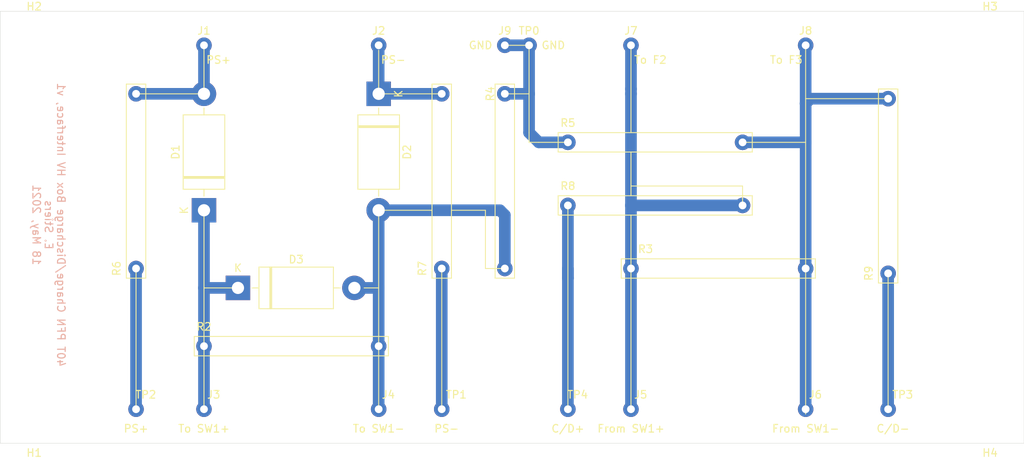
<source format=kicad_pcb>
(kicad_pcb (version 20171130) (host pcbnew "(5.1.6)-1")

  (general
    (thickness 1.6)
    (drawings 58)
    (tracks 40)
    (zones 0)
    (modules 29)
    (nets 12)
  )

  (page A4)
  (title_block
    (title "40T PFN Charge/Discharge Box HV Interface")
    (date 2021-05-18)
    (rev 1)
    (company NHMFL)
    (comment 1 "E. Stiers")
  )

  (layers
    (0 F.Cu signal)
    (31 B.Cu signal)
    (32 B.Adhes user)
    (33 F.Adhes user)
    (34 B.Paste user)
    (35 F.Paste user)
    (36 B.SilkS user)
    (37 F.SilkS user)
    (38 B.Mask user)
    (39 F.Mask user)
    (40 Dwgs.User user)
    (41 Cmts.User user)
    (42 Eco1.User user)
    (43 Eco2.User user)
    (44 Edge.Cuts user)
    (45 Margin user)
    (46 B.CrtYd user)
    (47 F.CrtYd user)
    (48 B.Fab user)
    (49 F.Fab user hide)
  )

  (setup
    (last_trace_width 0.25)
    (user_trace_width 0.0254)
    (user_trace_width 1.524)
    (trace_clearance 0.2)
    (zone_clearance 0.508)
    (zone_45_only no)
    (trace_min 0.2)
    (via_size 0.8)
    (via_drill 0.4)
    (via_min_size 0.4)
    (via_min_drill 0.3)
    (uvia_size 0.3)
    (uvia_drill 0.1)
    (uvias_allowed no)
    (uvia_min_size 0.2)
    (uvia_min_drill 0.1)
    (edge_width 0.05)
    (segment_width 0.2)
    (pcb_text_width 0.3)
    (pcb_text_size 1.5 1.5)
    (mod_edge_width 0.12)
    (mod_text_size 1 1)
    (mod_text_width 0.15)
    (pad_size 1.524 1.524)
    (pad_drill 0.762)
    (pad_to_mask_clearance 0.05)
    (aux_axis_origin 0 0)
    (visible_elements 7FFFFFFF)
    (pcbplotparams
      (layerselection 0x010fc_ffffffff)
      (usegerberextensions false)
      (usegerberattributes true)
      (usegerberadvancedattributes true)
      (creategerberjobfile true)
      (excludeedgelayer true)
      (linewidth 0.100000)
      (plotframeref false)
      (viasonmask false)
      (mode 1)
      (useauxorigin false)
      (hpglpennumber 1)
      (hpglpenspeed 20)
      (hpglpendiameter 15.000000)
      (psnegative false)
      (psa4output false)
      (plotreference true)
      (plotvalue true)
      (plotinvisibletext false)
      (padsonsilk false)
      (subtractmaskfromsilk false)
      (outputformat 1)
      (mirror false)
      (drillshape 1)
      (scaleselection 1)
      (outputdirectory ""))
  )

  (net 0 "")
  (net 1 "Net-(D1-Pad2)")
  (net 2 "Net-(D1-Pad1)")
  (net 3 "Net-(D2-Pad2)")
  (net 4 "Net-(D2-Pad1)")
  (net 5 "Net-(J5-Pad1)")
  (net 6 "Net-(J6-Pad1)")
  (net 7 "Net-(R6-Pad1)")
  (net 8 "Net-(R7-Pad1)")
  (net 9 "Net-(R8-Pad1)")
  (net 10 "Net-(R9-Pad1)")
  (net 11 "Net-(J9-Pad1)")

  (net_class Default "This is the default net class."
    (clearance 0.2)
    (trace_width 0.25)
    (via_dia 0.8)
    (via_drill 0.4)
    (uvia_dia 0.3)
    (uvia_drill 0.1)
    (add_net "Net-(D1-Pad1)")
    (add_net "Net-(D1-Pad2)")
    (add_net "Net-(D2-Pad1)")
    (add_net "Net-(D2-Pad2)")
    (add_net "Net-(J5-Pad1)")
    (add_net "Net-(J6-Pad1)")
    (add_net "Net-(J9-Pad1)")
    (add_net "Net-(R6-Pad1)")
    (add_net "Net-(R7-Pad1)")
    (add_net "Net-(R8-Pad1)")
    (add_net "Net-(R9-Pad1)")
  )

  (module es_uncommon:TestPoint_40mil_thru (layer F.Cu) (tedit 609EA192) (tstamp 60A2D6D7)
    (at 135.255 65.405 90)
    (path /60A2D31A)
    (fp_text reference J9 (at 1.905 2.54 180) (layer F.SilkS)
      (effects (font (size 1 1) (thickness 0.15)))
    )
    (fp_text value GND (at 0 -0.5 90) (layer F.Fab)
      (effects (font (size 1 1) (thickness 0.15)))
    )
    (pad 1 thru_hole circle (at 0 2.54 90) (size 2.032 2.032) (drill 1.016) (layers *.Cu *.Mask)
      (net 11 "Net-(J9-Pad1)"))
  )

  (module MountingHole:MountingHole_3.2mm_M3 (layer F.Cu) (tedit 56D1B4CB) (tstamp 609F164F)
    (at 201.295 113.03)
    (descr "Mounting Hole 3.2mm, no annular, M3")
    (tags "mounting hole 3.2mm no annular m3")
    (path /60A2D344)
    (attr virtual)
    (fp_text reference H4 (at 0 5.715) (layer F.SilkS)
      (effects (font (size 1 1) (thickness 0.15)))
    )
    (fp_text value MountingHole (at 0 4.2) (layer F.Fab)
      (effects (font (size 1 1) (thickness 0.15)))
    )
    (fp_circle (center 0 0) (end 3.2 0) (layer Cmts.User) (width 0.15))
    (fp_circle (center 0 0) (end 3.45 0) (layer F.CrtYd) (width 0.05))
    (fp_text user %R (at 0.3 0) (layer F.Fab)
      (effects (font (size 1 1) (thickness 0.15)))
    )
    (pad 1 np_thru_hole circle (at 0 0) (size 3.2 3.2) (drill 3.2) (layers *.Cu *.Mask))
  )

  (module MountingHole:MountingHole_3.2mm_M3 (layer F.Cu) (tedit 56D1B4CB) (tstamp 609F1647)
    (at 201.295 65.405)
    (descr "Mounting Hole 3.2mm, no annular, M3")
    (tags "mounting hole 3.2mm no annular m3")
    (path /60A2DD3D)
    (attr virtual)
    (fp_text reference H3 (at 0 -5.08) (layer F.SilkS)
      (effects (font (size 1 1) (thickness 0.15)))
    )
    (fp_text value MountingHole (at 0 4.2) (layer F.Fab)
      (effects (font (size 1 1) (thickness 0.15)))
    )
    (fp_circle (center 0 0) (end 3.2 0) (layer Cmts.User) (width 0.15))
    (fp_circle (center 0 0) (end 3.45 0) (layer F.CrtYd) (width 0.05))
    (fp_text user %R (at 0.3 0) (layer F.Fab)
      (effects (font (size 1 1) (thickness 0.15)))
    )
    (pad 1 np_thru_hole circle (at 0 0) (size 3.2 3.2) (drill 3.2) (layers *.Cu *.Mask))
  )

  (module MountingHole:MountingHole_3.2mm_M3 (layer F.Cu) (tedit 56D1B4CB) (tstamp 609F163F)
    (at 76.2 65.405)
    (descr "Mounting Hole 3.2mm, no annular, M3")
    (tags "mounting hole 3.2mm no annular m3")
    (path /60A2DE98)
    (attr virtual)
    (fp_text reference H2 (at 0 -5.08) (layer F.SilkS)
      (effects (font (size 1 1) (thickness 0.15)))
    )
    (fp_text value MountingHole (at 0 4.2) (layer F.Fab)
      (effects (font (size 1 1) (thickness 0.15)))
    )
    (fp_circle (center 0 0) (end 3.2 0) (layer Cmts.User) (width 0.15))
    (fp_circle (center 0 0) (end 3.45 0) (layer F.CrtYd) (width 0.05))
    (fp_text user %R (at 0.3 0) (layer F.Fab)
      (effects (font (size 1 1) (thickness 0.15)))
    )
    (pad 1 np_thru_hole circle (at 0 0) (size 3.2 3.2) (drill 3.2) (layers *.Cu *.Mask))
  )

  (module MountingHole:MountingHole_3.2mm_M3 (layer F.Cu) (tedit 56D1B4CB) (tstamp 609F1637)
    (at 76.2 113.03)
    (descr "Mounting Hole 3.2mm, no annular, M3")
    (tags "mounting hole 3.2mm no annular m3")
    (path /60A2DFC3)
    (attr virtual)
    (fp_text reference H1 (at 0 5.715) (layer F.SilkS)
      (effects (font (size 1 1) (thickness 0.15)))
    )
    (fp_text value MountingHole (at 0 4.2) (layer F.Fab)
      (effects (font (size 1 1) (thickness 0.15)))
    )
    (fp_circle (center 0 0) (end 3.2 0) (layer Cmts.User) (width 0.15))
    (fp_circle (center 0 0) (end 3.45 0) (layer F.CrtYd) (width 0.05))
    (fp_text user %R (at 0.3 0) (layer F.Fab)
      (effects (font (size 1 1) (thickness 0.15)))
    )
    (pad 1 np_thru_hole circle (at 0 0) (size 3.2 3.2) (drill 3.2) (layers *.Cu *.Mask))
  )

  (module es_uncommon:SLIM-MOX10403 (layer F.Cu) (tedit 609E9FC8) (tstamp 609F1305)
    (at 157.48 78.105)
    (path /60A074B4)
    (fp_text reference R5 (at -11.43 -2.54) (layer F.SilkS)
      (effects (font (size 1 1) (thickness 0.15)))
    )
    (fp_text value 1M (at 0 2.54) (layer F.Fab)
      (effects (font (size 1 1) (thickness 0.15)))
    )
    (fp_line (start -12.7 -1.27) (end -12.7 1.27) (layer F.SilkS) (width 0.12))
    (fp_line (start -12.7 1.27) (end 12.7 1.27) (layer F.SilkS) (width 0.12))
    (fp_line (start 12.7 1.27) (end 12.7 -1.27) (layer F.SilkS) (width 0.12))
    (fp_line (start 12.7 -1.27) (end -12.7 -1.27) (layer F.SilkS) (width 0.12))
    (pad 2 thru_hole circle (at 11.43 0) (size 2.032 2.032) (drill 1.016) (layers *.Cu *.Mask)
      (net 6 "Net-(J6-Pad1)"))
    (pad 1 thru_hole circle (at -11.43 0) (size 2.032 2.032) (drill 1.016) (layers *.Cu *.Mask)
      (net 11 "Net-(J9-Pad1)"))
  )

  (module es_uncommon:SLIM-MOX10403 (layer F.Cu) (tedit 609E9FC8) (tstamp 609F1993)
    (at 137.795 83.185 270)
    (path /609F0A4E)
    (fp_text reference R4 (at -11.43 1.905 90) (layer F.SilkS)
      (effects (font (size 1 1) (thickness 0.15)))
    )
    (fp_text value 1M (at 0 2.54 90) (layer F.Fab)
      (effects (font (size 1 1) (thickness 0.15)))
    )
    (fp_line (start -12.7 -1.27) (end -12.7 1.27) (layer F.SilkS) (width 0.12))
    (fp_line (start -12.7 1.27) (end 12.7 1.27) (layer F.SilkS) (width 0.12))
    (fp_line (start 12.7 1.27) (end 12.7 -1.27) (layer F.SilkS) (width 0.12))
    (fp_line (start 12.7 -1.27) (end -12.7 -1.27) (layer F.SilkS) (width 0.12))
    (pad 2 thru_hole circle (at 11.43 0 270) (size 2.032 2.032) (drill 1.016) (layers *.Cu *.Mask)
      (net 3 "Net-(D2-Pad2)"))
    (pad 1 thru_hole circle (at -11.43 0 270) (size 2.032 2.032) (drill 1.016) (layers *.Cu *.Mask)
      (net 11 "Net-(J9-Pad1)"))
  )

  (module es_uncommon:TestPoint_40mil_thru (layer F.Cu) (tedit 609EA192) (tstamp 609EFE2F)
    (at 151.765 113.03 90)
    (path /609FAFDC)
    (fp_text reference J5 (at 1.905 3.81 180) (layer F.SilkS)
      (effects (font (size 1 1) (thickness 0.15)))
    )
    (fp_text value "From SW1+" (at 0 -0.5 90) (layer F.Fab)
      (effects (font (size 1 1) (thickness 0.15)))
    )
    (pad 1 thru_hole circle (at 0 2.54 90) (size 2.032 2.032) (drill 1.016) (layers *.Cu *.Mask)
      (net 5 "Net-(J5-Pad1)"))
  )

  (module es_uncommon:TestPoint_40mil_thru (layer F.Cu) (tedit 609EA192) (tstamp 609EFEA7)
    (at 143.51 113.03 90)
    (path /609EF7B2)
    (fp_text reference TP4 (at 1.905 3.81 180) (layer F.SilkS)
      (effects (font (size 1 1) (thickness 0.15)))
    )
    (fp_text value C/D+ (at 0 -0.5 90) (layer F.Fab)
      (effects (font (size 1 1) (thickness 0.15)))
    )
    (pad 1 thru_hole circle (at 0 2.54 90) (size 2.032 2.032) (drill 1.016) (layers *.Cu *.Mask)
      (net 9 "Net-(R8-Pad1)"))
  )

  (module es_uncommon:TestPoint_40mil_thru (layer F.Cu) (tedit 609EA192) (tstamp 609EFEA2)
    (at 185.42 113.03 90)
    (path /609EF214)
    (fp_text reference TP3 (at 1.905 4.445 180) (layer F.SilkS)
      (effects (font (size 1 1) (thickness 0.15)))
    )
    (fp_text value C/D- (at 0 -0.5 90) (layer F.Fab)
      (effects (font (size 1 1) (thickness 0.15)))
    )
    (pad 1 thru_hole circle (at 0 2.54 90) (size 2.032 2.032) (drill 1.016) (layers *.Cu *.Mask)
      (net 10 "Net-(R9-Pad1)"))
  )

  (module es_uncommon:TestPoint_40mil_thru (layer F.Cu) (tedit 609EA192) (tstamp 609F0A5B)
    (at 92.075 113.03 270)
    (path /609EE2F9)
    (fp_text reference TP2 (at -1.905 1.27 180) (layer F.SilkS)
      (effects (font (size 1 1) (thickness 0.15)))
    )
    (fp_text value PS+ (at 0 -0.5 90) (layer F.Fab)
      (effects (font (size 1 1) (thickness 0.15)))
    )
    (pad 1 thru_hole circle (at 0 2.54 270) (size 2.032 2.032) (drill 1.016) (layers *.Cu *.Mask)
      (net 7 "Net-(R6-Pad1)"))
  )

  (module es_uncommon:TestPoint_40mil_thru (layer F.Cu) (tedit 609EA192) (tstamp 60A3C184)
    (at 132.08 113.03 270)
    (path /609EEED6)
    (fp_text reference TP1 (at -1.905 0.635 180) (layer F.SilkS)
      (effects (font (size 1 1) (thickness 0.15)))
    )
    (fp_text value PS- (at 0 -0.5 90) (layer F.Fab)
      (effects (font (size 1 1) (thickness 0.15)))
    )
    (pad 1 thru_hole circle (at 0 2.54 270) (size 2.032 2.032) (drill 1.016) (layers *.Cu *.Mask)
      (net 8 "Net-(R7-Pad1)"))
  )

  (module es_uncommon:TestPoint_40mil_thru (layer F.Cu) (tedit 609EA192) (tstamp 609EFE93)
    (at 143.51 65.405 270)
    (path /609EF55F)
    (fp_text reference TP0 (at -1.905 2.54 180) (layer F.SilkS)
      (effects (font (size 1 1) (thickness 0.15)))
    )
    (fp_text value GND (at 0 -0.5 90) (layer F.Fab)
      (effects (font (size 1 1) (thickness 0.15)))
    )
    (pad 1 thru_hole circle (at 0 2.54 270) (size 2.032 2.032) (drill 1.016) (layers *.Cu *.Mask)
      (net 11 "Net-(J9-Pad1)"))
  )

  (module es_uncommon:SLIM-MOX10403 (layer F.Cu) (tedit 609E9FC8) (tstamp 609EFE8E)
    (at 187.96 83.82 90)
    (path /609F0574)
    (fp_text reference R9 (at -11.43 -2.54 90) (layer F.SilkS)
      (effects (font (size 1 1) (thickness 0.15)))
    )
    (fp_text value 1M (at 0 2.54 90) (layer F.Fab)
      (effects (font (size 1 1) (thickness 0.15)))
    )
    (fp_line (start -12.7 -1.27) (end -12.7 1.27) (layer F.SilkS) (width 0.12))
    (fp_line (start -12.7 1.27) (end 12.7 1.27) (layer F.SilkS) (width 0.12))
    (fp_line (start 12.7 1.27) (end 12.7 -1.27) (layer F.SilkS) (width 0.12))
    (fp_line (start 12.7 -1.27) (end -12.7 -1.27) (layer F.SilkS) (width 0.12))
    (pad 2 thru_hole circle (at 11.43 0 90) (size 2.032 2.032) (drill 1.016) (layers *.Cu *.Mask)
      (net 6 "Net-(J6-Pad1)"))
    (pad 1 thru_hole circle (at -11.43 0 90) (size 2.032 2.032) (drill 1.016) (layers *.Cu *.Mask)
      (net 10 "Net-(R9-Pad1)"))
  )

  (module es_uncommon:SLIM-MOX10403 (layer F.Cu) (tedit 609E9FC8) (tstamp 609F07CB)
    (at 157.48 86.36)
    (path /609F0E34)
    (fp_text reference R8 (at -11.43 -2.54) (layer F.SilkS)
      (effects (font (size 1 1) (thickness 0.15)))
    )
    (fp_text value 1M (at 0 2.54) (layer F.Fab)
      (effects (font (size 1 1) (thickness 0.15)))
    )
    (fp_line (start -12.7 -1.27) (end -12.7 1.27) (layer F.SilkS) (width 0.12))
    (fp_line (start -12.7 1.27) (end 12.7 1.27) (layer F.SilkS) (width 0.12))
    (fp_line (start 12.7 1.27) (end 12.7 -1.27) (layer F.SilkS) (width 0.12))
    (fp_line (start 12.7 -1.27) (end -12.7 -1.27) (layer F.SilkS) (width 0.12))
    (pad 2 thru_hole circle (at 11.43 0) (size 2.032 2.032) (drill 1.016) (layers *.Cu *.Mask)
      (net 5 "Net-(J5-Pad1)"))
    (pad 1 thru_hole circle (at -11.43 0) (size 2.032 2.032) (drill 1.016) (layers *.Cu *.Mask)
      (net 9 "Net-(R8-Pad1)"))
  )

  (module es_uncommon:SLIM-MOX10403 (layer F.Cu) (tedit 609E9FC8) (tstamp 609F08EC)
    (at 129.54 83.185 90)
    (path /609F016F)
    (fp_text reference R7 (at -11.43 -2.54 90) (layer F.SilkS)
      (effects (font (size 1 1) (thickness 0.15)))
    )
    (fp_text value 1M (at 0 2.54 90) (layer F.Fab)
      (effects (font (size 1 1) (thickness 0.15)))
    )
    (fp_line (start -12.7 -1.27) (end -12.7 1.27) (layer F.SilkS) (width 0.12))
    (fp_line (start -12.7 1.27) (end 12.7 1.27) (layer F.SilkS) (width 0.12))
    (fp_line (start 12.7 1.27) (end 12.7 -1.27) (layer F.SilkS) (width 0.12))
    (fp_line (start 12.7 -1.27) (end -12.7 -1.27) (layer F.SilkS) (width 0.12))
    (pad 2 thru_hole circle (at 11.43 0 90) (size 2.032 2.032) (drill 1.016) (layers *.Cu *.Mask)
      (net 4 "Net-(D2-Pad1)"))
    (pad 1 thru_hole circle (at -11.43 0 90) (size 2.032 2.032) (drill 1.016) (layers *.Cu *.Mask)
      (net 8 "Net-(R7-Pad1)"))
  )

  (module es_uncommon:SLIM-MOX10403 (layer F.Cu) (tedit 609E9FC8) (tstamp 609F08D1)
    (at 89.535 83.185 90)
    (path /609EFACC)
    (fp_text reference R6 (at -11.43 -2.54 90) (layer F.SilkS)
      (effects (font (size 1 1) (thickness 0.15)))
    )
    (fp_text value 1M (at 0 2.54 90) (layer F.Fab)
      (effects (font (size 1 1) (thickness 0.15)))
    )
    (fp_line (start -12.7 -1.27) (end -12.7 1.27) (layer F.SilkS) (width 0.12))
    (fp_line (start -12.7 1.27) (end 12.7 1.27) (layer F.SilkS) (width 0.12))
    (fp_line (start 12.7 1.27) (end 12.7 -1.27) (layer F.SilkS) (width 0.12))
    (fp_line (start 12.7 -1.27) (end -12.7 -1.27) (layer F.SilkS) (width 0.12))
    (pad 2 thru_hole circle (at 11.43 0 90) (size 2.032 2.032) (drill 1.016) (layers *.Cu *.Mask)
      (net 1 "Net-(D1-Pad2)"))
    (pad 1 thru_hole circle (at -11.43 0 90) (size 2.032 2.032) (drill 1.016) (layers *.Cu *.Mask)
      (net 7 "Net-(R6-Pad1)"))
  )

  (module es_uncommon:SLIM-MOX10403 (layer F.Cu) (tedit 609E9FC8) (tstamp 609EFE52)
    (at 165.735 94.615)
    (path /609FDDFC)
    (fp_text reference R3 (at -9.525 -2.54) (layer F.SilkS)
      (effects (font (size 1 1) (thickness 0.15)))
    )
    (fp_text value 1M (at 0 2.54) (layer F.Fab)
      (effects (font (size 1 1) (thickness 0.15)))
    )
    (fp_line (start -12.7 -1.27) (end -12.7 1.27) (layer F.SilkS) (width 0.12))
    (fp_line (start -12.7 1.27) (end 12.7 1.27) (layer F.SilkS) (width 0.12))
    (fp_line (start 12.7 1.27) (end 12.7 -1.27) (layer F.SilkS) (width 0.12))
    (fp_line (start 12.7 -1.27) (end -12.7 -1.27) (layer F.SilkS) (width 0.12))
    (pad 2 thru_hole circle (at 11.43 0) (size 2.032 2.032) (drill 1.016) (layers *.Cu *.Mask)
      (net 6 "Net-(J6-Pad1)"))
    (pad 1 thru_hole circle (at -11.43 0) (size 2.032 2.032) (drill 1.016) (layers *.Cu *.Mask)
      (net 5 "Net-(J5-Pad1)"))
  )

  (module es_uncommon:SLIM-MOX10403 (layer F.Cu) (tedit 609E9FC8) (tstamp 609F0BB3)
    (at 109.855 104.775)
    (path /609ED5E9)
    (fp_text reference R2 (at -11.43 -2.54) (layer F.SilkS)
      (effects (font (size 1 1) (thickness 0.15)))
    )
    (fp_text value 1M (at 0 2.54) (layer F.Fab)
      (effects (font (size 1 1) (thickness 0.15)))
    )
    (fp_line (start -12.7 -1.27) (end -12.7 1.27) (layer F.SilkS) (width 0.12))
    (fp_line (start -12.7 1.27) (end 12.7 1.27) (layer F.SilkS) (width 0.12))
    (fp_line (start 12.7 1.27) (end 12.7 -1.27) (layer F.SilkS) (width 0.12))
    (fp_line (start 12.7 -1.27) (end -12.7 -1.27) (layer F.SilkS) (width 0.12))
    (pad 2 thru_hole circle (at 11.43 0) (size 2.032 2.032) (drill 1.016) (layers *.Cu *.Mask)
      (net 3 "Net-(D2-Pad2)"))
    (pad 1 thru_hole circle (at -11.43 0) (size 2.032 2.032) (drill 1.016) (layers *.Cu *.Mask)
      (net 2 "Net-(D1-Pad1)"))
  )

  (module es_uncommon:TestPoint_40mil_thru (layer F.Cu) (tedit 609EA192) (tstamp 609EFE3E)
    (at 174.625 65.405 90)
    (path /609FE77F)
    (fp_text reference J8 (at 1.905 2.54 180) (layer F.SilkS)
      (effects (font (size 1 1) (thickness 0.15)))
    )
    (fp_text value "To F3" (at 0 -0.5 90) (layer F.Fab)
      (effects (font (size 1 1) (thickness 0.15)))
    )
    (pad 1 thru_hole circle (at 0 2.54 90) (size 2.032 2.032) (drill 1.016) (layers *.Cu *.Mask)
      (net 6 "Net-(J6-Pad1)"))
  )

  (module es_uncommon:TestPoint_40mil_thru (layer F.Cu) (tedit 609EA192) (tstamp 609EFE39)
    (at 151.765 65.405 90)
    (path /609FE2A4)
    (fp_text reference J7 (at 1.905 2.54 180) (layer F.SilkS)
      (effects (font (size 1 1) (thickness 0.15)))
    )
    (fp_text value "To F2" (at 0 -0.5 90) (layer F.Fab)
      (effects (font (size 1 1) (thickness 0.15)))
    )
    (pad 1 thru_hole circle (at 0 2.54 90) (size 2.032 2.032) (drill 1.016) (layers *.Cu *.Mask)
      (net 5 "Net-(J5-Pad1)"))
  )

  (module es_uncommon:TestPoint_40mil_thru (layer F.Cu) (tedit 609EA192) (tstamp 609EFE34)
    (at 174.625 113.03 90)
    (path /609FBC80)
    (fp_text reference J6 (at 1.905 3.81 180) (layer F.SilkS)
      (effects (font (size 1 1) (thickness 0.15)))
    )
    (fp_text value "From SW1-" (at 0 -0.5 90) (layer F.Fab)
      (effects (font (size 1 1) (thickness 0.15)))
    )
    (pad 1 thru_hole circle (at 0 2.54 90) (size 2.032 2.032) (drill 1.016) (layers *.Cu *.Mask)
      (net 6 "Net-(J6-Pad1)"))
  )

  (module es_uncommon:TestPoint_40mil_thru (layer F.Cu) (tedit 609EA192) (tstamp 609F09DD)
    (at 123.825 113.03 270)
    (path /609F239D)
    (fp_text reference J4 (at -1.905 1.27 180) (layer F.SilkS)
      (effects (font (size 1 1) (thickness 0.15)))
    )
    (fp_text value "To SW1-" (at 0 -0.5 90) (layer F.Fab)
      (effects (font (size 1 1) (thickness 0.15)))
    )
    (pad 1 thru_hole circle (at 0 2.54 270) (size 2.032 2.032) (drill 1.016) (layers *.Cu *.Mask)
      (net 3 "Net-(D2-Pad2)"))
  )

  (module es_uncommon:TestPoint_40mil_thru (layer F.Cu) (tedit 609EA192) (tstamp 609F091D)
    (at 100.965 113.03 270)
    (path /609F1E8C)
    (fp_text reference J3 (at -1.905 1.27 180) (layer F.SilkS)
      (effects (font (size 1 1) (thickness 0.15)))
    )
    (fp_text value "To SW1+" (at 0 -0.5 90) (layer F.Fab)
      (effects (font (size 1 1) (thickness 0.15)))
    )
    (pad 1 thru_hole circle (at 0 2.54 270) (size 2.032 2.032) (drill 1.016) (layers *.Cu *.Mask)
      (net 2 "Net-(D1-Pad1)"))
  )

  (module es_uncommon:TestPoint_40mil_thru (layer F.Cu) (tedit 609EA192) (tstamp 609F08C0)
    (at 123.825 65.405 270)
    (path /609F1892)
    (fp_text reference J2 (at -1.905 2.54 180) (layer F.SilkS)
      (effects (font (size 1 1) (thickness 0.15)))
    )
    (fp_text value PS- (at 0 -0.5 90) (layer F.Fab)
      (effects (font (size 1 1) (thickness 0.15)))
    )
    (pad 1 thru_hole circle (at 0 2.54 270) (size 2.032 2.032) (drill 1.016) (layers *.Cu *.Mask)
      (net 4 "Net-(D2-Pad1)"))
  )

  (module es_uncommon:TestPoint_40mil_thru (layer F.Cu) (tedit 609EA192) (tstamp 609F0A43)
    (at 100.965 65.405 270)
    (path /609F110E)
    (fp_text reference J1 (at -1.905 2.54 180) (layer F.SilkS)
      (effects (font (size 1 1) (thickness 0.15)))
    )
    (fp_text value PS+ (at 0 -0.5 90) (layer F.Fab)
      (effects (font (size 1 1) (thickness 0.15)))
    )
    (pad 1 thru_hole circle (at 0 2.54 270) (size 2.032 2.032) (drill 1.016) (layers *.Cu *.Mask)
      (net 1 "Net-(D1-Pad2)"))
  )

  (module Diode_THT:D_DO-201AD_P15.24mm_Horizontal (layer F.Cu) (tedit 5AE50CD5) (tstamp 609F0ABE)
    (at 102.87 97.155)
    (descr "Diode, DO-201AD series, Axial, Horizontal, pin pitch=15.24mm, , length*diameter=9.5*5.2mm^2, , http://www.diodes.com/_files/packages/DO-201AD.pdf")
    (tags "Diode DO-201AD series Axial Horizontal pin pitch 15.24mm  length 9.5mm diameter 5.2mm")
    (path /609EC366)
    (fp_text reference D3 (at 7.62 -3.72) (layer F.SilkS)
      (effects (font (size 1 1) (thickness 0.15)))
    )
    (fp_text value 1N5408 (at 7.62 3.72) (layer F.Fab)
      (effects (font (size 1 1) (thickness 0.15)))
    )
    (fp_line (start 2.87 -2.6) (end 2.87 2.6) (layer F.Fab) (width 0.1))
    (fp_line (start 2.87 2.6) (end 12.37 2.6) (layer F.Fab) (width 0.1))
    (fp_line (start 12.37 2.6) (end 12.37 -2.6) (layer F.Fab) (width 0.1))
    (fp_line (start 12.37 -2.6) (end 2.87 -2.6) (layer F.Fab) (width 0.1))
    (fp_line (start 0 0) (end 2.87 0) (layer F.Fab) (width 0.1))
    (fp_line (start 15.24 0) (end 12.37 0) (layer F.Fab) (width 0.1))
    (fp_line (start 4.295 -2.6) (end 4.295 2.6) (layer F.Fab) (width 0.1))
    (fp_line (start 4.395 -2.6) (end 4.395 2.6) (layer F.Fab) (width 0.1))
    (fp_line (start 4.195 -2.6) (end 4.195 2.6) (layer F.Fab) (width 0.1))
    (fp_line (start 2.75 -2.72) (end 2.75 2.72) (layer F.SilkS) (width 0.12))
    (fp_line (start 2.75 2.72) (end 12.49 2.72) (layer F.SilkS) (width 0.12))
    (fp_line (start 12.49 2.72) (end 12.49 -2.72) (layer F.SilkS) (width 0.12))
    (fp_line (start 12.49 -2.72) (end 2.75 -2.72) (layer F.SilkS) (width 0.12))
    (fp_line (start 1.84 0) (end 2.75 0) (layer F.SilkS) (width 0.12))
    (fp_line (start 13.4 0) (end 12.49 0) (layer F.SilkS) (width 0.12))
    (fp_line (start 4.295 -2.72) (end 4.295 2.72) (layer F.SilkS) (width 0.12))
    (fp_line (start 4.415 -2.72) (end 4.415 2.72) (layer F.SilkS) (width 0.12))
    (fp_line (start 4.175 -2.72) (end 4.175 2.72) (layer F.SilkS) (width 0.12))
    (fp_line (start -1.85 -2.85) (end -1.85 2.85) (layer F.CrtYd) (width 0.05))
    (fp_line (start -1.85 2.85) (end 17.09 2.85) (layer F.CrtYd) (width 0.05))
    (fp_line (start 17.09 2.85) (end 17.09 -2.85) (layer F.CrtYd) (width 0.05))
    (fp_line (start 17.09 -2.85) (end -1.85 -2.85) (layer F.CrtYd) (width 0.05))
    (fp_text user K (at 0 -2.6) (layer F.SilkS)
      (effects (font (size 1 1) (thickness 0.15)))
    )
    (fp_text user K (at 0 -2.6) (layer F.Fab)
      (effects (font (size 1 1) (thickness 0.15)))
    )
    (fp_text user %R (at 8.3325 0) (layer F.Fab)
      (effects (font (size 1 1) (thickness 0.15)))
    )
    (pad 2 thru_hole oval (at 15.24 0) (size 3.2 3.2) (drill 1.6) (layers *.Cu *.Mask)
      (net 3 "Net-(D2-Pad2)"))
    (pad 1 thru_hole rect (at 0 0) (size 3.2 3.2) (drill 1.6) (layers *.Cu *.Mask)
      (net 2 "Net-(D1-Pad1)"))
    (model ${KISYS3DMOD}/Diode_THT.3dshapes/D_DO-201AD_P15.24mm_Horizontal.wrl
      (at (xyz 0 0 0))
      (scale (xyz 1 1 1))
      (rotate (xyz 0 0 0))
    )
  )

  (module Diode_THT:D_DO-201AD_P15.24mm_Horizontal (layer F.Cu) (tedit 5AE50CD5) (tstamp 609F099D)
    (at 121.285 71.755 270)
    (descr "Diode, DO-201AD series, Axial, Horizontal, pin pitch=15.24mm, , length*diameter=9.5*5.2mm^2, , http://www.diodes.com/_files/packages/DO-201AD.pdf")
    (tags "Diode DO-201AD series Axial Horizontal pin pitch 15.24mm  length 9.5mm diameter 5.2mm")
    (path /609E9D2D)
    (fp_text reference D2 (at 7.62 -3.72 90) (layer F.SilkS)
      (effects (font (size 1 1) (thickness 0.15)))
    )
    (fp_text value 1N5408 (at 7.62 3.72 90) (layer F.Fab)
      (effects (font (size 1 1) (thickness 0.15)))
    )
    (fp_line (start 2.87 -2.6) (end 2.87 2.6) (layer F.Fab) (width 0.1))
    (fp_line (start 2.87 2.6) (end 12.37 2.6) (layer F.Fab) (width 0.1))
    (fp_line (start 12.37 2.6) (end 12.37 -2.6) (layer F.Fab) (width 0.1))
    (fp_line (start 12.37 -2.6) (end 2.87 -2.6) (layer F.Fab) (width 0.1))
    (fp_line (start 0 0) (end 2.87 0) (layer F.Fab) (width 0.1))
    (fp_line (start 15.24 0) (end 12.37 0) (layer F.Fab) (width 0.1))
    (fp_line (start 4.295 -2.6) (end 4.295 2.6) (layer F.Fab) (width 0.1))
    (fp_line (start 4.395 -2.6) (end 4.395 2.6) (layer F.Fab) (width 0.1))
    (fp_line (start 4.195 -2.6) (end 4.195 2.6) (layer F.Fab) (width 0.1))
    (fp_line (start 2.75 -2.72) (end 2.75 2.72) (layer F.SilkS) (width 0.12))
    (fp_line (start 2.75 2.72) (end 12.49 2.72) (layer F.SilkS) (width 0.12))
    (fp_line (start 12.49 2.72) (end 12.49 -2.72) (layer F.SilkS) (width 0.12))
    (fp_line (start 12.49 -2.72) (end 2.75 -2.72) (layer F.SilkS) (width 0.12))
    (fp_line (start 1.84 0) (end 2.75 0) (layer F.SilkS) (width 0.12))
    (fp_line (start 13.4 0) (end 12.49 0) (layer F.SilkS) (width 0.12))
    (fp_line (start 4.295 -2.72) (end 4.295 2.72) (layer F.SilkS) (width 0.12))
    (fp_line (start 4.415 -2.72) (end 4.415 2.72) (layer F.SilkS) (width 0.12))
    (fp_line (start 4.175 -2.72) (end 4.175 2.72) (layer F.SilkS) (width 0.12))
    (fp_line (start -1.85 -2.85) (end -1.85 2.85) (layer F.CrtYd) (width 0.05))
    (fp_line (start -1.85 2.85) (end 17.09 2.85) (layer F.CrtYd) (width 0.05))
    (fp_line (start 17.09 2.85) (end 17.09 -2.85) (layer F.CrtYd) (width 0.05))
    (fp_line (start 17.09 -2.85) (end -1.85 -2.85) (layer F.CrtYd) (width 0.05))
    (fp_text user K (at 0 -2.6 90) (layer F.SilkS)
      (effects (font (size 1 1) (thickness 0.15)))
    )
    (fp_text user K (at 0 -2.6 90) (layer F.Fab)
      (effects (font (size 1 1) (thickness 0.15)))
    )
    (fp_text user %R (at 8.3325 0 90) (layer F.Fab)
      (effects (font (size 1 1) (thickness 0.15)))
    )
    (pad 2 thru_hole oval (at 15.24 0 270) (size 3.2 3.2) (drill 1.6) (layers *.Cu *.Mask)
      (net 3 "Net-(D2-Pad2)"))
    (pad 1 thru_hole rect (at 0 0 270) (size 3.2 3.2) (drill 1.6) (layers *.Cu *.Mask)
      (net 4 "Net-(D2-Pad1)"))
    (model ${KISYS3DMOD}/Diode_THT.3dshapes/D_DO-201AD_P15.24mm_Horizontal.wrl
      (at (xyz 0 0 0))
      (scale (xyz 1 1 1))
      (rotate (xyz 0 0 0))
    )
  )

  (module Diode_THT:D_DO-201AD_P15.24mm_Horizontal (layer F.Cu) (tedit 5AE50CD5) (tstamp 609F0A03)
    (at 98.425 86.995 90)
    (descr "Diode, DO-201AD series, Axial, Horizontal, pin pitch=15.24mm, , length*diameter=9.5*5.2mm^2, , http://www.diodes.com/_files/packages/DO-201AD.pdf")
    (tags "Diode DO-201AD series Axial Horizontal pin pitch 15.24mm  length 9.5mm diameter 5.2mm")
    (path /609EB125)
    (fp_text reference D1 (at 7.62 -3.72 90) (layer F.SilkS)
      (effects (font (size 1 1) (thickness 0.15)))
    )
    (fp_text value 1N5408 (at 7.62 3.72 90) (layer F.Fab)
      (effects (font (size 1 1) (thickness 0.15)))
    )
    (fp_line (start 2.87 -2.6) (end 2.87 2.6) (layer F.Fab) (width 0.1))
    (fp_line (start 2.87 2.6) (end 12.37 2.6) (layer F.Fab) (width 0.1))
    (fp_line (start 12.37 2.6) (end 12.37 -2.6) (layer F.Fab) (width 0.1))
    (fp_line (start 12.37 -2.6) (end 2.87 -2.6) (layer F.Fab) (width 0.1))
    (fp_line (start 0 0) (end 2.87 0) (layer F.Fab) (width 0.1))
    (fp_line (start 15.24 0) (end 12.37 0) (layer F.Fab) (width 0.1))
    (fp_line (start 4.295 -2.6) (end 4.295 2.6) (layer F.Fab) (width 0.1))
    (fp_line (start 4.395 -2.6) (end 4.395 2.6) (layer F.Fab) (width 0.1))
    (fp_line (start 4.195 -2.6) (end 4.195 2.6) (layer F.Fab) (width 0.1))
    (fp_line (start 2.75 -2.72) (end 2.75 2.72) (layer F.SilkS) (width 0.12))
    (fp_line (start 2.75 2.72) (end 12.49 2.72) (layer F.SilkS) (width 0.12))
    (fp_line (start 12.49 2.72) (end 12.49 -2.72) (layer F.SilkS) (width 0.12))
    (fp_line (start 12.49 -2.72) (end 2.75 -2.72) (layer F.SilkS) (width 0.12))
    (fp_line (start 1.84 0) (end 2.75 0) (layer F.SilkS) (width 0.12))
    (fp_line (start 13.4 0) (end 12.49 0) (layer F.SilkS) (width 0.12))
    (fp_line (start 4.295 -2.72) (end 4.295 2.72) (layer F.SilkS) (width 0.12))
    (fp_line (start 4.415 -2.72) (end 4.415 2.72) (layer F.SilkS) (width 0.12))
    (fp_line (start 4.175 -2.72) (end 4.175 2.72) (layer F.SilkS) (width 0.12))
    (fp_line (start -1.85 -2.85) (end -1.85 2.85) (layer F.CrtYd) (width 0.05))
    (fp_line (start -1.85 2.85) (end 17.09 2.85) (layer F.CrtYd) (width 0.05))
    (fp_line (start 17.09 2.85) (end 17.09 -2.85) (layer F.CrtYd) (width 0.05))
    (fp_line (start 17.09 -2.85) (end -1.85 -2.85) (layer F.CrtYd) (width 0.05))
    (fp_text user K (at 0 -2.6 90) (layer F.SilkS)
      (effects (font (size 1 1) (thickness 0.15)))
    )
    (fp_text user K (at 0 -2.6 90) (layer F.Fab)
      (effects (font (size 1 1) (thickness 0.15)))
    )
    (fp_text user %R (at 6.985 1.27 90) (layer F.Fab)
      (effects (font (size 1 1) (thickness 0.15)))
    )
    (pad 2 thru_hole oval (at 15.24 0 90) (size 3.2 3.2) (drill 1.6) (layers *.Cu *.Mask)
      (net 1 "Net-(D1-Pad2)"))
    (pad 1 thru_hole rect (at 0 0 90) (size 3.2 3.2) (drill 1.6) (layers *.Cu *.Mask)
      (net 2 "Net-(D1-Pad1)"))
    (model ${KISYS3DMOD}/Diode_THT.3dshapes/D_DO-201AD_P15.24mm_Horizontal.wrl
      (at (xyz 0 0 0))
      (scale (xyz 1 1 1))
      (rotate (xyz 0 0 0))
    )
  )

  (gr_text "40T PFN Charge/Discharge Box HV Interface, v1\nE. Stiers\n18 May, 2021" (at 78.105 88.9 270) (layer B.SilkS)
    (effects (font (size 1 1) (thickness 0.15)) (justify mirror))
  )
  (gr_text C/D- (at 188.595 115.57) (layer F.SilkS)
    (effects (font (size 1 1) (thickness 0.15)))
  )
  (gr_text "From SW1-" (at 177.165 115.57) (layer F.SilkS)
    (effects (font (size 1 1) (thickness 0.15)))
  )
  (gr_text "From SW1+" (at 154.305 115.57) (layer F.SilkS)
    (effects (font (size 1 1) (thickness 0.15)))
  )
  (gr_text C/D+ (at 146.05 115.57) (layer F.SilkS)
    (effects (font (size 1 1) (thickness 0.15)))
  )
  (gr_text PS- (at 130.175 115.57) (layer F.SilkS)
    (effects (font (size 1 1) (thickness 0.15)))
  )
  (gr_text "To SW1-" (at 121.285 115.57) (layer F.SilkS)
    (effects (font (size 1 1) (thickness 0.15)))
  )
  (gr_text "To SW1+" (at 98.425 115.57) (layer F.SilkS)
    (effects (font (size 1 1) (thickness 0.15)))
  )
  (gr_text PS+ (at 89.535 115.57) (layer F.SilkS)
    (effects (font (size 1 1) (thickness 0.15)))
  )
  (gr_text "To F3" (at 174.625 67.31) (layer F.SilkS)
    (effects (font (size 1 1) (thickness 0.15)))
  )
  (gr_text "To F2" (at 156.845 67.31) (layer F.SilkS)
    (effects (font (size 1 1) (thickness 0.15)))
  )
  (gr_text GND (at 144.145 65.405) (layer F.SilkS)
    (effects (font (size 1 1) (thickness 0.15)))
  )
  (gr_text GND (at 134.62 65.405) (layer F.SilkS)
    (effects (font (size 1 1) (thickness 0.15)))
  )
  (gr_text PS- (at 123.19 67.31) (layer F.SilkS)
    (effects (font (size 1 1) (thickness 0.15)))
  )
  (gr_text PS+ (at 100.33 67.31) (layer F.SilkS)
    (effects (font (size 1 1) (thickness 0.15)))
  )
  (gr_line (start 137.795 65.405) (end 140.97 65.405) (layer F.SilkS) (width 0.12) (tstamp 60A2D7A2))
  (gr_line (start 140.97 78.105) (end 142.24 78.105) (layer F.SilkS) (width 0.12) (tstamp 609F1BEF))
  (gr_line (start 140.97 76.835) (end 140.97 78.105) (layer F.SilkS) (width 0.12))
  (gr_line (start 154.305 87.63) (end 154.305 113.03) (layer F.SilkS) (width 0.12))
  (gr_line (start 154.305 79.375) (end 154.305 85.09) (layer F.SilkS) (width 0.12))
  (gr_line (start 154.305 65.405) (end 154.305 76.835) (layer F.SilkS) (width 0.12))
  (gr_line (start 168.91 86.36) (end 168.91 83.82) (layer F.SilkS) (width 0.12) (tstamp 609F1B53))
  (gr_line (start 135.255 94.615) (end 137.795 94.615) (layer F.SilkS) (width 0.12))
  (gr_line (start 135.255 86.995) (end 135.255 94.615) (layer F.SilkS) (width 0.12))
  (gr_line (start 130.81 86.995) (end 135.255 86.995) (layer F.SilkS) (width 0.12))
  (gr_line (start 121.285 86.995) (end 128.27 86.995) (layer F.SilkS) (width 0.12))
  (gr_line (start 187.96 95.25) (end 187.96 113.03) (layer F.SilkS) (width 0.12))
  (gr_line (start 177.165 72.39) (end 187.96 72.39) (layer F.SilkS) (width 0.12))
  (gr_line (start 168.91 78.105) (end 177.165 78.105) (layer F.SilkS) (width 0.12))
  (gr_line (start 177.165 65.405) (end 177.165 113.665) (layer F.SilkS) (width 0.12))
  (gr_line (start 168.91 83.82) (end 154.305 83.82) (layer F.SilkS) (width 0.12))
  (gr_line (start 146.05 86.36) (end 146.05 113.03) (layer F.SilkS) (width 0.12))
  (gr_line (start 142.24 78.105) (end 146.05 78.105) (layer F.SilkS) (width 0.12))
  (gr_line (start 140.97 65.405) (end 140.97 76.835) (layer F.SilkS) (width 0.12))
  (gr_line (start 137.795 71.755) (end 140.97 71.755) (layer F.SilkS) (width 0.12))
  (gr_line (start 119.38 97.155) (end 121.285 97.155) (layer F.SilkS) (width 0.12))
  (gr_line (start 129.54 94.615) (end 129.54 113.03) (layer F.SilkS) (width 0.12))
  (gr_line (start 121.285 113.03) (end 121.285 86.36) (layer F.SilkS) (width 0.12))
  (gr_line (start 121.285 71.755) (end 129.54 71.755) (layer F.SilkS) (width 0.12))
  (gr_line (start 121.285 66.04) (end 121.285 71.755) (layer F.SilkS) (width 0.12))
  (gr_line (start 103.505 97.155) (end 98.425 97.155) (layer F.SilkS) (width 0.12))
  (gr_line (start 98.425 86.995) (end 98.425 113.03) (layer F.SilkS) (width 0.12))
  (gr_line (start 89.535 94.615) (end 89.535 113.03) (layer F.SilkS) (width 0.12))
  (gr_line (start 98.425 71.755) (end 89.535 71.755) (layer F.SilkS) (width 0.12))
  (gr_line (start 98.425 65.405) (end 98.425 71.755) (layer F.SilkS) (width 0.12))
  (gr_line (start 205.74 60.96) (end 71.755 60.96) (layer Edge.Cuts) (width 0.05) (tstamp 609F17A4))
  (gr_line (start 205.74 117.475) (end 205.74 60.96) (layer Edge.Cuts) (width 0.05))
  (gr_line (start 71.755 117.475) (end 205.74 117.475) (layer Edge.Cuts) (width 0.05))
  (gr_line (start 71.755 60.96) (end 71.755 117.475) (layer Edge.Cuts) (width 0.05))
  (gr_line (start 187.96 120.015) (end 201.295 120.015) (layer Dwgs.User) (width 0.15) (tstamp 609F1789))
  (gr_line (start 76.2 119.38) (end 89.535 119.38) (layer Dwgs.User) (width 0.15))
  (gr_line (start 151.13 86.36) (end 151.13 78.105) (layer Dwgs.User) (width 0.15) (tstamp 609F0F88))
  (gr_line (start 90.17 81.28) (end 98.425 81.28) (layer Dwgs.User) (width 0.15) (tstamp 609F0F88))
  (gr_line (start 121.285 82.55) (end 129.54 82.55) (layer Dwgs.User) (width 0.15) (tstamp 609F0EB1))
  (gr_line (start 149.86 94.615) (end 149.86 86.36) (layer Dwgs.User) (width 0.15) (tstamp 609F0EB1))
  (gr_line (start 129.54 87.63) (end 137.795 87.63) (layer Dwgs.User) (width 0.15) (tstamp 609F0EB1))
  (gr_line (start 146.05 119.38) (end 154.305 119.38) (layer Dwgs.User) (width 0.15) (tstamp 609F0EB1))
  (gr_line (start 137.795 120.015) (end 146.05 120.015) (layer Dwgs.User) (width 0.15))

  (segment (start 98.425 65.405) (end 98.425 71.755) (width 1.524) (layer B.Cu) (net 1))
  (segment (start 98.425 71.755) (end 89.535 71.755) (width 1.524) (layer B.Cu) (net 1))
  (segment (start 98.425 104.775) (end 98.425 113.03) (width 1.524) (layer B.Cu) (net 2))
  (segment (start 98.425 86.995) (end 98.425 97.155) (width 1.524) (layer B.Cu) (net 2))
  (segment (start 102.87 97.155) (end 98.425 97.155) (width 1.524) (layer B.Cu) (net 2))
  (segment (start 98.425 97.155) (end 98.425 104.775) (width 1.524) (layer B.Cu) (net 2))
  (segment (start 121.285 113.03) (end 121.285 104.775) (width 1.524) (layer B.Cu) (net 3))
  (segment (start 118.11 97.155) (end 121.285 97.155) (width 1.524) (layer B.Cu) (net 3))
  (segment (start 121.285 86.995) (end 121.285 97.155) (width 1.524) (layer B.Cu) (net 3))
  (segment (start 121.285 97.155) (end 121.285 104.775) (width 1.524) (layer B.Cu) (net 3))
  (segment (start 137.16 86.995) (end 121.285 86.995) (width 1.524) (layer B.Cu) (net 3) (status 1000000))
  (segment (start 137.795 87.63) (end 137.16 86.995) (width 1.524) (layer B.Cu) (net 3) (status 1000000))
  (segment (start 137.795 94.615) (end 137.795 87.63) (width 1.524) (layer B.Cu) (net 3) (status 1000000))
  (segment (start 121.285 65.405) (end 121.285 71.755) (width 1.524) (layer B.Cu) (net 4))
  (segment (start 129.54 71.755) (end 121.285 71.755) (width 1.524) (layer B.Cu) (net 4))
  (segment (start 154.305 94.615) (end 154.305 113.03) (width 1.524) (layer B.Cu) (net 5))
  (segment (start 154.305 65.405) (end 154.305 71.12) (width 1.524) (layer B.Cu) (net 5))
  (segment (start 154.305 71.12) (end 154.305 71.755) (width 1.524) (layer B.Cu) (net 5))
  (segment (start 168.91 86.36) (end 154.305 86.36) (width 1.524) (layer B.Cu) (net 5))
  (segment (start 154.305 71.755) (end 154.305 86.36) (width 1.524) (layer B.Cu) (net 5))
  (segment (start 154.305 86.36) (end 154.305 94.615) (width 1.524) (layer B.Cu) (net 5))
  (segment (start 177.165 94.615) (end 177.165 113.03) (width 1.524) (layer B.Cu) (net 6))
  (segment (start 177.8 72.39) (end 177.165 73.025) (width 1.524) (layer B.Cu) (net 6))
  (segment (start 177.165 65.405) (end 177.165 73.025) (width 1.524) (layer B.Cu) (net 6))
  (segment (start 187.96 72.39) (end 177.8 72.39) (width 1.524) (layer B.Cu) (net 6))
  (segment (start 168.91 78.105) (end 177.165 78.105) (width 1.524) (layer B.Cu) (net 6))
  (segment (start 177.165 73.025) (end 177.165 78.105) (width 1.524) (layer B.Cu) (net 6))
  (segment (start 177.165 78.105) (end 177.165 94.615) (width 1.524) (layer B.Cu) (net 6))
  (segment (start 89.535 94.615) (end 89.535 113.03) (width 1.524) (layer B.Cu) (net 7))
  (segment (start 129.54 94.615) (end 129.54 113.03) (width 1.524) (layer B.Cu) (net 8))
  (segment (start 146.05 86.36) (end 146.05 95.885) (width 1.524) (layer B.Cu) (net 9))
  (segment (start 146.05 94.615) (end 146.05 95.885) (width 1.524) (layer B.Cu) (net 9))
  (segment (start 146.05 95.885) (end 146.05 113.03) (width 1.524) (layer B.Cu) (net 9))
  (segment (start 187.96 95.25) (end 187.96 113.03) (width 1.524) (layer B.Cu) (net 10))
  (segment (start 142.24 78.105) (end 146.05 78.105) (width 1.524) (layer B.Cu) (net 11))
  (segment (start 140.97 76.835) (end 142.24 78.105) (width 1.524) (layer B.Cu) (net 11))
  (segment (start 137.795 71.755) (end 140.97 71.755) (width 1.524) (layer B.Cu) (net 11))
  (segment (start 140.97 65.405) (end 140.97 71.755) (width 1.524) (layer B.Cu) (net 11))
  (segment (start 140.97 71.755) (end 140.97 76.835) (width 1.524) (layer B.Cu) (net 11))
  (segment (start 137.795 65.405) (end 140.97 65.405) (width 1.524) (layer B.Cu) (net 11))

)

</source>
